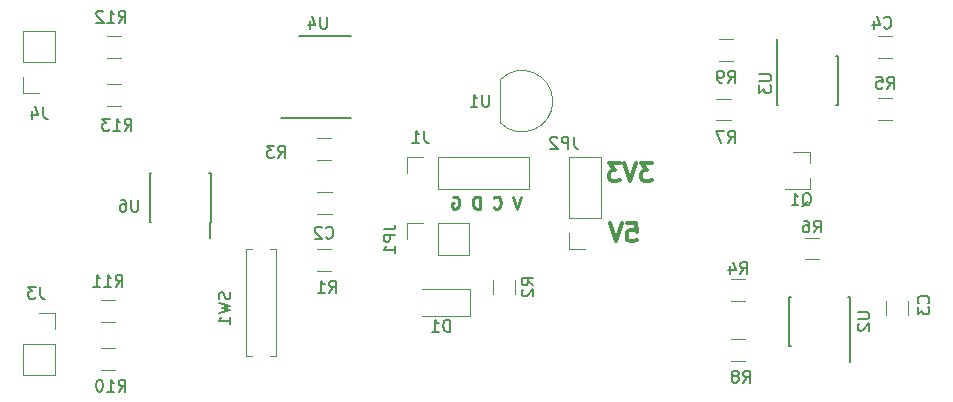
<source format=gbo>
G04 #@! TF.GenerationSoftware,KiCad,Pcbnew,5.0.0*
G04 #@! TF.CreationDate,2018-09-22T16:12:04+03:00*
G04 #@! TF.ProjectId,stm32-hamster,73746D33322D68616D737465722E6B69,rev?*
G04 #@! TF.SameCoordinates,Original*
G04 #@! TF.FileFunction,Legend,Bot*
G04 #@! TF.FilePolarity,Positive*
%FSLAX46Y46*%
G04 Gerber Fmt 4.6, Leading zero omitted, Abs format (unit mm)*
G04 Created by KiCad (PCBNEW 5.0.0) date Sat Sep 22 16:12:04 2018*
%MOMM*%
%LPD*%
G01*
G04 APERTURE LIST*
%ADD10C,0.250000*%
%ADD11C,0.300000*%
%ADD12C,0.150000*%
%ADD13C,0.120000*%
G04 APERTURE END LIST*
D10*
X149026190Y-95718380D02*
X148692857Y-96718380D01*
X148359523Y-95718380D01*
X146692857Y-96623142D02*
X146740476Y-96670761D01*
X146883333Y-96718380D01*
X146978571Y-96718380D01*
X147121428Y-96670761D01*
X147216666Y-96575523D01*
X147264285Y-96480285D01*
X147311904Y-96289809D01*
X147311904Y-96146952D01*
X147264285Y-95956476D01*
X147216666Y-95861238D01*
X147121428Y-95766000D01*
X146978571Y-95718380D01*
X146883333Y-95718380D01*
X146740476Y-95766000D01*
X146692857Y-95813619D01*
X145502380Y-96718380D02*
X145502380Y-95718380D01*
X145264285Y-95718380D01*
X145121428Y-95766000D01*
X145026190Y-95861238D01*
X144978571Y-95956476D01*
X144930952Y-96146952D01*
X144930952Y-96289809D01*
X144978571Y-96480285D01*
X145026190Y-96575523D01*
X145121428Y-96670761D01*
X145264285Y-96718380D01*
X145502380Y-96718380D01*
X143216666Y-95766000D02*
X143311904Y-95718380D01*
X143454761Y-95718380D01*
X143597619Y-95766000D01*
X143692857Y-95861238D01*
X143740476Y-95956476D01*
X143788095Y-96146952D01*
X143788095Y-96289809D01*
X143740476Y-96480285D01*
X143692857Y-96575523D01*
X143597619Y-96670761D01*
X143454761Y-96718380D01*
X143359523Y-96718380D01*
X143216666Y-96670761D01*
X143169047Y-96623142D01*
X143169047Y-96289809D01*
X143359523Y-96289809D01*
D11*
X160099142Y-92904571D02*
X159170571Y-92904571D01*
X159670571Y-93476000D01*
X159456285Y-93476000D01*
X159313428Y-93547428D01*
X159242000Y-93618857D01*
X159170571Y-93761714D01*
X159170571Y-94118857D01*
X159242000Y-94261714D01*
X159313428Y-94333142D01*
X159456285Y-94404571D01*
X159884857Y-94404571D01*
X160027714Y-94333142D01*
X160099142Y-94261714D01*
X158742000Y-92904571D02*
X158242000Y-94404571D01*
X157742000Y-92904571D01*
X157384857Y-92904571D02*
X156456285Y-92904571D01*
X156956285Y-93476000D01*
X156742000Y-93476000D01*
X156599142Y-93547428D01*
X156527714Y-93618857D01*
X156456285Y-93761714D01*
X156456285Y-94118857D01*
X156527714Y-94261714D01*
X156599142Y-94333142D01*
X156742000Y-94404571D01*
X157170571Y-94404571D01*
X157313428Y-94333142D01*
X157384857Y-94261714D01*
X158019714Y-97984571D02*
X158734000Y-97984571D01*
X158805428Y-98698857D01*
X158734000Y-98627428D01*
X158591142Y-98556000D01*
X158234000Y-98556000D01*
X158091142Y-98627428D01*
X158019714Y-98698857D01*
X157948285Y-98841714D01*
X157948285Y-99198857D01*
X158019714Y-99341714D01*
X158091142Y-99413142D01*
X158234000Y-99484571D01*
X158591142Y-99484571D01*
X158734000Y-99413142D01*
X158805428Y-99341714D01*
X157519714Y-97984571D02*
X157019714Y-99484571D01*
X156519714Y-97984571D01*
D12*
G04 #@! TO.C,U6*
X122717000Y-97833000D02*
X122667000Y-97833000D01*
X122717000Y-93683000D02*
X122572000Y-93683000D01*
X117567000Y-93683000D02*
X117712000Y-93683000D01*
X117567000Y-97833000D02*
X117712000Y-97833000D01*
X122717000Y-97833000D02*
X122717000Y-93683000D01*
X117567000Y-97833000D02*
X117567000Y-93683000D01*
X122667000Y-97833000D02*
X122667000Y-99233000D01*
D13*
G04 #@! TO.C,JP2*
X153102000Y-92396000D02*
X155762000Y-92396000D01*
X153102000Y-97536000D02*
X153102000Y-92396000D01*
X155762000Y-97536000D02*
X155762000Y-92396000D01*
X153102000Y-97536000D02*
X155762000Y-97536000D01*
X153102000Y-98806000D02*
X153102000Y-100136000D01*
X153102000Y-100136000D02*
X154432000Y-100136000D01*
G04 #@! TO.C,Q1*
X173480000Y-91892000D02*
X173480000Y-92822000D01*
X173480000Y-95052000D02*
X173480000Y-94122000D01*
X173480000Y-95052000D02*
X171320000Y-95052000D01*
X173480000Y-91892000D02*
X172020000Y-91892000D01*
G04 #@! TO.C,C2*
X131768436Y-97176000D02*
X132972564Y-97176000D01*
X131768436Y-95356000D02*
X132972564Y-95356000D01*
G04 #@! TO.C,C3*
X179938000Y-105758064D02*
X179938000Y-104553936D01*
X181758000Y-105758064D02*
X181758000Y-104553936D01*
G04 #@! TO.C,C4*
X179229936Y-83968000D02*
X180434064Y-83968000D01*
X179229936Y-82148000D02*
X180434064Y-82148000D01*
G04 #@! TO.C,D1*
X140640000Y-103513000D02*
X144700000Y-103513000D01*
X144700000Y-103513000D02*
X144700000Y-105783000D01*
X144700000Y-105783000D02*
X140640000Y-105783000D01*
G04 #@! TO.C,J1*
X149666000Y-92396000D02*
X149666000Y-95056000D01*
X141986000Y-92396000D02*
X149666000Y-92396000D01*
X141986000Y-95056000D02*
X149666000Y-95056000D01*
X141986000Y-92396000D02*
X141986000Y-95056000D01*
X140716000Y-92396000D02*
X139386000Y-92396000D01*
X139386000Y-92396000D02*
X139386000Y-93726000D01*
G04 #@! TO.C,JP1*
X144586000Y-97984000D02*
X144586000Y-100644000D01*
X141986000Y-97984000D02*
X144586000Y-97984000D01*
X141986000Y-100644000D02*
X144586000Y-100644000D01*
X141986000Y-97984000D02*
X141986000Y-100644000D01*
X140716000Y-97984000D02*
X139386000Y-97984000D01*
X139386000Y-97984000D02*
X139386000Y-99314000D01*
G04 #@! TO.C,R1*
X132899564Y-100182000D02*
X131695436Y-100182000D01*
X132899564Y-102002000D02*
X131695436Y-102002000D01*
G04 #@! TO.C,R2*
X148484000Y-103980064D02*
X148484000Y-102775936D01*
X146664000Y-103980064D02*
X146664000Y-102775936D01*
G04 #@! TO.C,R3*
X131731936Y-90784000D02*
X132936064Y-90784000D01*
X131731936Y-92604000D02*
X132936064Y-92604000D01*
G04 #@! TO.C,R4*
X167988064Y-102722000D02*
X166783936Y-102722000D01*
X167988064Y-104542000D02*
X166783936Y-104542000D01*
G04 #@! TO.C,R5*
X179229936Y-89210000D02*
X180434064Y-89210000D01*
X179229936Y-87390000D02*
X180434064Y-87390000D01*
G04 #@! TO.C,R6*
X174239564Y-101010000D02*
X173035436Y-101010000D01*
X174239564Y-99190000D02*
X173035436Y-99190000D01*
G04 #@! TO.C,R7*
X165550436Y-89260000D02*
X166754564Y-89260000D01*
X165550436Y-87440000D02*
X166754564Y-87440000D01*
G04 #@! TO.C,R8*
X166783936Y-107790000D02*
X167988064Y-107790000D01*
X166783936Y-109610000D02*
X167988064Y-109610000D01*
G04 #@! TO.C,R9*
X165767936Y-82402000D02*
X166972064Y-82402000D01*
X165767936Y-84222000D02*
X166972064Y-84222000D01*
G04 #@! TO.C,R10*
X113443936Y-108564000D02*
X114648064Y-108564000D01*
X113443936Y-110384000D02*
X114648064Y-110384000D01*
G04 #@! TO.C,R11*
X114648064Y-104500000D02*
X113443936Y-104500000D01*
X114648064Y-106320000D02*
X113443936Y-106320000D01*
G04 #@! TO.C,R12*
X113951936Y-82148000D02*
X115156064Y-82148000D01*
X113951936Y-83968000D02*
X115156064Y-83968000D01*
G04 #@! TO.C,R13*
X115156064Y-86212000D02*
X113951936Y-86212000D01*
X115156064Y-88032000D02*
X113951936Y-88032000D01*
G04 #@! TO.C,SW1*
X126250000Y-109180000D02*
X125750000Y-109180000D01*
X125750000Y-109180000D02*
X125750000Y-100180000D01*
X125750000Y-100180000D02*
X126250000Y-100180000D01*
X127750000Y-100180000D02*
X128250000Y-100180000D01*
X128250000Y-100180000D02*
X128250000Y-109180000D01*
X128250000Y-109180000D02*
X127750000Y-109180000D01*
G04 #@! TO.C,U1*
X147248000Y-89430000D02*
X147248000Y-85830000D01*
X147259522Y-89468478D02*
G75*
G03X151698000Y-87630000I1838478J1838478D01*
G01*
X147259522Y-85791522D02*
G75*
G02X151698000Y-87630000I1838478J-1838478D01*
G01*
D12*
G04 #@! TO.C,U2*
X176825000Y-108325000D02*
X176825000Y-109725000D01*
X171725000Y-108325000D02*
X171725000Y-104175000D01*
X176875000Y-108325000D02*
X176875000Y-104175000D01*
X171725000Y-108325000D02*
X171870000Y-108325000D01*
X171725000Y-104175000D02*
X171870000Y-104175000D01*
X176875000Y-104175000D02*
X176730000Y-104175000D01*
X176875000Y-108325000D02*
X176825000Y-108325000D01*
G04 #@! TO.C,U3*
X170653000Y-83777000D02*
X170703000Y-83777000D01*
X170653000Y-87927000D02*
X170798000Y-87927000D01*
X175803000Y-87927000D02*
X175658000Y-87927000D01*
X175803000Y-83777000D02*
X175658000Y-83777000D01*
X170653000Y-83777000D02*
X170653000Y-87927000D01*
X175803000Y-83777000D02*
X175803000Y-87927000D01*
X170703000Y-83777000D02*
X170703000Y-82377000D01*
G04 #@! TO.C,U4*
X130200000Y-82150000D02*
X134650000Y-82150000D01*
X128675000Y-89050000D02*
X134650000Y-89050000D01*
D13*
G04 #@! TO.C,J3*
X109534000Y-110804000D02*
X106874000Y-110804000D01*
X109534000Y-108204000D02*
X109534000Y-110804000D01*
X106874000Y-108204000D02*
X106874000Y-110804000D01*
X109534000Y-108204000D02*
X106874000Y-108204000D01*
X109534000Y-106934000D02*
X109534000Y-105604000D01*
X109534000Y-105604000D02*
X108204000Y-105604000D01*
G04 #@! TO.C,J4*
X106874000Y-86928000D02*
X108204000Y-86928000D01*
X106874000Y-85598000D02*
X106874000Y-86928000D01*
X106874000Y-84328000D02*
X109534000Y-84328000D01*
X109534000Y-84328000D02*
X109534000Y-81728000D01*
X106874000Y-84328000D02*
X106874000Y-81728000D01*
X106874000Y-81728000D02*
X109534000Y-81728000D01*
G04 #@! TO.C,U6*
D12*
X116585904Y-95972380D02*
X116585904Y-96781904D01*
X116538285Y-96877142D01*
X116490666Y-96924761D01*
X116395428Y-96972380D01*
X116204952Y-96972380D01*
X116109714Y-96924761D01*
X116062095Y-96877142D01*
X116014476Y-96781904D01*
X116014476Y-95972380D01*
X115109714Y-95972380D02*
X115300190Y-95972380D01*
X115395428Y-96020000D01*
X115443047Y-96067619D01*
X115538285Y-96210476D01*
X115585904Y-96400952D01*
X115585904Y-96781904D01*
X115538285Y-96877142D01*
X115490666Y-96924761D01*
X115395428Y-96972380D01*
X115204952Y-96972380D01*
X115109714Y-96924761D01*
X115062095Y-96877142D01*
X115014476Y-96781904D01*
X115014476Y-96543809D01*
X115062095Y-96448571D01*
X115109714Y-96400952D01*
X115204952Y-96353333D01*
X115395428Y-96353333D01*
X115490666Y-96400952D01*
X115538285Y-96448571D01*
X115585904Y-96543809D01*
G04 #@! TO.C,JP2*
X153487333Y-90638380D02*
X153487333Y-91352666D01*
X153534952Y-91495523D01*
X153630190Y-91590761D01*
X153773047Y-91638380D01*
X153868285Y-91638380D01*
X153011142Y-91638380D02*
X153011142Y-90638380D01*
X152630190Y-90638380D01*
X152534952Y-90686000D01*
X152487333Y-90733619D01*
X152439714Y-90828857D01*
X152439714Y-90971714D01*
X152487333Y-91066952D01*
X152534952Y-91114571D01*
X152630190Y-91162190D01*
X153011142Y-91162190D01*
X152058761Y-90733619D02*
X152011142Y-90686000D01*
X151915904Y-90638380D01*
X151677809Y-90638380D01*
X151582571Y-90686000D01*
X151534952Y-90733619D01*
X151487333Y-90828857D01*
X151487333Y-90924095D01*
X151534952Y-91066952D01*
X152106380Y-91638380D01*
X151487333Y-91638380D01*
G04 #@! TO.C,Q1*
X172815238Y-96519619D02*
X172910476Y-96472000D01*
X173005714Y-96376761D01*
X173148571Y-96233904D01*
X173243809Y-96186285D01*
X173339047Y-96186285D01*
X173291428Y-96424380D02*
X173386666Y-96376761D01*
X173481904Y-96281523D01*
X173529523Y-96091047D01*
X173529523Y-95757714D01*
X173481904Y-95567238D01*
X173386666Y-95472000D01*
X173291428Y-95424380D01*
X173100952Y-95424380D01*
X173005714Y-95472000D01*
X172910476Y-95567238D01*
X172862857Y-95757714D01*
X172862857Y-96091047D01*
X172910476Y-96281523D01*
X173005714Y-96376761D01*
X173100952Y-96424380D01*
X173291428Y-96424380D01*
X171910476Y-96424380D02*
X172481904Y-96424380D01*
X172196190Y-96424380D02*
X172196190Y-95424380D01*
X172291428Y-95567238D01*
X172386666Y-95662476D01*
X172481904Y-95710095D01*
G04 #@! TO.C,C2*
X132500666Y-99163142D02*
X132548285Y-99210761D01*
X132691142Y-99258380D01*
X132786380Y-99258380D01*
X132929238Y-99210761D01*
X133024476Y-99115523D01*
X133072095Y-99020285D01*
X133119714Y-98829809D01*
X133119714Y-98686952D01*
X133072095Y-98496476D01*
X133024476Y-98401238D01*
X132929238Y-98306000D01*
X132786380Y-98258380D01*
X132691142Y-98258380D01*
X132548285Y-98306000D01*
X132500666Y-98353619D01*
X132119714Y-98353619D02*
X132072095Y-98306000D01*
X131976857Y-98258380D01*
X131738761Y-98258380D01*
X131643523Y-98306000D01*
X131595904Y-98353619D01*
X131548285Y-98448857D01*
X131548285Y-98544095D01*
X131595904Y-98686952D01*
X132167333Y-99258380D01*
X131548285Y-99258380D01*
G04 #@! TO.C,C3*
X183491142Y-104735333D02*
X183538761Y-104687714D01*
X183586380Y-104544857D01*
X183586380Y-104449619D01*
X183538761Y-104306761D01*
X183443523Y-104211523D01*
X183348285Y-104163904D01*
X183157809Y-104116285D01*
X183014952Y-104116285D01*
X182824476Y-104163904D01*
X182729238Y-104211523D01*
X182634000Y-104306761D01*
X182586380Y-104449619D01*
X182586380Y-104544857D01*
X182634000Y-104687714D01*
X182681619Y-104735333D01*
X182586380Y-105068666D02*
X182586380Y-105687714D01*
X182967333Y-105354380D01*
X182967333Y-105497238D01*
X183014952Y-105592476D01*
X183062571Y-105640095D01*
X183157809Y-105687714D01*
X183395904Y-105687714D01*
X183491142Y-105640095D01*
X183538761Y-105592476D01*
X183586380Y-105497238D01*
X183586380Y-105211523D01*
X183538761Y-105116285D01*
X183491142Y-105068666D01*
G04 #@! TO.C,C4*
X179744666Y-81383142D02*
X179792285Y-81430761D01*
X179935142Y-81478380D01*
X180030380Y-81478380D01*
X180173238Y-81430761D01*
X180268476Y-81335523D01*
X180316095Y-81240285D01*
X180363714Y-81049809D01*
X180363714Y-80906952D01*
X180316095Y-80716476D01*
X180268476Y-80621238D01*
X180173238Y-80526000D01*
X180030380Y-80478380D01*
X179935142Y-80478380D01*
X179792285Y-80526000D01*
X179744666Y-80573619D01*
X178887523Y-80811714D02*
X178887523Y-81478380D01*
X179125619Y-80430761D02*
X179363714Y-81145047D01*
X178744666Y-81145047D01*
G04 #@! TO.C,D1*
X142978095Y-107132380D02*
X142978095Y-106132380D01*
X142740000Y-106132380D01*
X142597142Y-106180000D01*
X142501904Y-106275238D01*
X142454285Y-106370476D01*
X142406666Y-106560952D01*
X142406666Y-106703809D01*
X142454285Y-106894285D01*
X142501904Y-106989523D01*
X142597142Y-107084761D01*
X142740000Y-107132380D01*
X142978095Y-107132380D01*
X141454285Y-107132380D02*
X142025714Y-107132380D01*
X141740000Y-107132380D02*
X141740000Y-106132380D01*
X141835238Y-106275238D01*
X141930476Y-106370476D01*
X142025714Y-106418095D01*
G04 #@! TO.C,J1*
X140795333Y-90130380D02*
X140795333Y-90844666D01*
X140842952Y-90987523D01*
X140938190Y-91082761D01*
X141081047Y-91130380D01*
X141176285Y-91130380D01*
X139795333Y-91130380D02*
X140366761Y-91130380D01*
X140081047Y-91130380D02*
X140081047Y-90130380D01*
X140176285Y-90273238D01*
X140271523Y-90368476D01*
X140366761Y-90416095D01*
G04 #@! TO.C,JP1*
X137374380Y-98480666D02*
X138088666Y-98480666D01*
X138231523Y-98433047D01*
X138326761Y-98337809D01*
X138374380Y-98194952D01*
X138374380Y-98099714D01*
X138374380Y-98956857D02*
X137374380Y-98956857D01*
X137374380Y-99337809D01*
X137422000Y-99433047D01*
X137469619Y-99480666D01*
X137564857Y-99528285D01*
X137707714Y-99528285D01*
X137802952Y-99480666D01*
X137850571Y-99433047D01*
X137898190Y-99337809D01*
X137898190Y-98956857D01*
X138374380Y-100480666D02*
X138374380Y-99909238D01*
X138374380Y-100194952D02*
X137374380Y-100194952D01*
X137517238Y-100099714D01*
X137612476Y-100004476D01*
X137660095Y-99909238D01*
G04 #@! TO.C,R1*
X132754666Y-103830380D02*
X133088000Y-103354190D01*
X133326095Y-103830380D02*
X133326095Y-102830380D01*
X132945142Y-102830380D01*
X132849904Y-102878000D01*
X132802285Y-102925619D01*
X132754666Y-103020857D01*
X132754666Y-103163714D01*
X132802285Y-103258952D01*
X132849904Y-103306571D01*
X132945142Y-103354190D01*
X133326095Y-103354190D01*
X131802285Y-103830380D02*
X132373714Y-103830380D01*
X132088000Y-103830380D02*
X132088000Y-102830380D01*
X132183238Y-102973238D01*
X132278476Y-103068476D01*
X132373714Y-103116095D01*
G04 #@! TO.C,R2*
X150058380Y-103211333D02*
X149582190Y-102878000D01*
X150058380Y-102639904D02*
X149058380Y-102639904D01*
X149058380Y-103020857D01*
X149106000Y-103116095D01*
X149153619Y-103163714D01*
X149248857Y-103211333D01*
X149391714Y-103211333D01*
X149486952Y-103163714D01*
X149534571Y-103116095D01*
X149582190Y-103020857D01*
X149582190Y-102639904D01*
X149153619Y-103592285D02*
X149106000Y-103639904D01*
X149058380Y-103735142D01*
X149058380Y-103973238D01*
X149106000Y-104068476D01*
X149153619Y-104116095D01*
X149248857Y-104163714D01*
X149344095Y-104163714D01*
X149486952Y-104116095D01*
X150058380Y-103544666D01*
X150058380Y-104163714D01*
G04 #@! TO.C,R3*
X128436666Y-92400380D02*
X128770000Y-91924190D01*
X129008095Y-92400380D02*
X129008095Y-91400380D01*
X128627142Y-91400380D01*
X128531904Y-91448000D01*
X128484285Y-91495619D01*
X128436666Y-91590857D01*
X128436666Y-91733714D01*
X128484285Y-91828952D01*
X128531904Y-91876571D01*
X128627142Y-91924190D01*
X129008095Y-91924190D01*
X128103333Y-91400380D02*
X127484285Y-91400380D01*
X127817619Y-91781333D01*
X127674761Y-91781333D01*
X127579523Y-91828952D01*
X127531904Y-91876571D01*
X127484285Y-91971809D01*
X127484285Y-92209904D01*
X127531904Y-92305142D01*
X127579523Y-92352761D01*
X127674761Y-92400380D01*
X127960476Y-92400380D01*
X128055714Y-92352761D01*
X128103333Y-92305142D01*
G04 #@! TO.C,R4*
X167552666Y-102264380D02*
X167886000Y-101788190D01*
X168124095Y-102264380D02*
X168124095Y-101264380D01*
X167743142Y-101264380D01*
X167647904Y-101312000D01*
X167600285Y-101359619D01*
X167552666Y-101454857D01*
X167552666Y-101597714D01*
X167600285Y-101692952D01*
X167647904Y-101740571D01*
X167743142Y-101788190D01*
X168124095Y-101788190D01*
X166695523Y-101597714D02*
X166695523Y-102264380D01*
X166933619Y-101216761D02*
X167171714Y-101931047D01*
X166552666Y-101931047D01*
G04 #@! TO.C,R5*
X179998666Y-86558380D02*
X180332000Y-86082190D01*
X180570095Y-86558380D02*
X180570095Y-85558380D01*
X180189142Y-85558380D01*
X180093904Y-85606000D01*
X180046285Y-85653619D01*
X179998666Y-85748857D01*
X179998666Y-85891714D01*
X180046285Y-85986952D01*
X180093904Y-86034571D01*
X180189142Y-86082190D01*
X180570095Y-86082190D01*
X179093904Y-85558380D02*
X179570095Y-85558380D01*
X179617714Y-86034571D01*
X179570095Y-85986952D01*
X179474857Y-85939333D01*
X179236761Y-85939333D01*
X179141523Y-85986952D01*
X179093904Y-86034571D01*
X179046285Y-86129809D01*
X179046285Y-86367904D01*
X179093904Y-86463142D01*
X179141523Y-86510761D01*
X179236761Y-86558380D01*
X179474857Y-86558380D01*
X179570095Y-86510761D01*
X179617714Y-86463142D01*
G04 #@! TO.C,R6*
X173804166Y-98732380D02*
X174137500Y-98256190D01*
X174375595Y-98732380D02*
X174375595Y-97732380D01*
X173994642Y-97732380D01*
X173899404Y-97780000D01*
X173851785Y-97827619D01*
X173804166Y-97922857D01*
X173804166Y-98065714D01*
X173851785Y-98160952D01*
X173899404Y-98208571D01*
X173994642Y-98256190D01*
X174375595Y-98256190D01*
X172947023Y-97732380D02*
X173137500Y-97732380D01*
X173232738Y-97780000D01*
X173280357Y-97827619D01*
X173375595Y-97970476D01*
X173423214Y-98160952D01*
X173423214Y-98541904D01*
X173375595Y-98637142D01*
X173327976Y-98684761D01*
X173232738Y-98732380D01*
X173042261Y-98732380D01*
X172947023Y-98684761D01*
X172899404Y-98637142D01*
X172851785Y-98541904D01*
X172851785Y-98303809D01*
X172899404Y-98208571D01*
X172947023Y-98160952D01*
X173042261Y-98113333D01*
X173232738Y-98113333D01*
X173327976Y-98160952D01*
X173375595Y-98208571D01*
X173423214Y-98303809D01*
G04 #@! TO.C,R7*
X166536666Y-91130380D02*
X166870000Y-90654190D01*
X167108095Y-91130380D02*
X167108095Y-90130380D01*
X166727142Y-90130380D01*
X166631904Y-90178000D01*
X166584285Y-90225619D01*
X166536666Y-90320857D01*
X166536666Y-90463714D01*
X166584285Y-90558952D01*
X166631904Y-90606571D01*
X166727142Y-90654190D01*
X167108095Y-90654190D01*
X166203333Y-90130380D02*
X165536666Y-90130380D01*
X165965238Y-91130380D01*
G04 #@! TO.C,R8*
X167806666Y-111450380D02*
X168140000Y-110974190D01*
X168378095Y-111450380D02*
X168378095Y-110450380D01*
X167997142Y-110450380D01*
X167901904Y-110498000D01*
X167854285Y-110545619D01*
X167806666Y-110640857D01*
X167806666Y-110783714D01*
X167854285Y-110878952D01*
X167901904Y-110926571D01*
X167997142Y-110974190D01*
X168378095Y-110974190D01*
X167235238Y-110878952D02*
X167330476Y-110831333D01*
X167378095Y-110783714D01*
X167425714Y-110688476D01*
X167425714Y-110640857D01*
X167378095Y-110545619D01*
X167330476Y-110498000D01*
X167235238Y-110450380D01*
X167044761Y-110450380D01*
X166949523Y-110498000D01*
X166901904Y-110545619D01*
X166854285Y-110640857D01*
X166854285Y-110688476D01*
X166901904Y-110783714D01*
X166949523Y-110831333D01*
X167044761Y-110878952D01*
X167235238Y-110878952D01*
X167330476Y-110926571D01*
X167378095Y-110974190D01*
X167425714Y-111069428D01*
X167425714Y-111259904D01*
X167378095Y-111355142D01*
X167330476Y-111402761D01*
X167235238Y-111450380D01*
X167044761Y-111450380D01*
X166949523Y-111402761D01*
X166901904Y-111355142D01*
X166854285Y-111259904D01*
X166854285Y-111069428D01*
X166901904Y-110974190D01*
X166949523Y-110926571D01*
X167044761Y-110878952D01*
G04 #@! TO.C,R9*
X166536666Y-86050380D02*
X166870000Y-85574190D01*
X167108095Y-86050380D02*
X167108095Y-85050380D01*
X166727142Y-85050380D01*
X166631904Y-85098000D01*
X166584285Y-85145619D01*
X166536666Y-85240857D01*
X166536666Y-85383714D01*
X166584285Y-85478952D01*
X166631904Y-85526571D01*
X166727142Y-85574190D01*
X167108095Y-85574190D01*
X166060476Y-86050380D02*
X165870000Y-86050380D01*
X165774761Y-86002761D01*
X165727142Y-85955142D01*
X165631904Y-85812285D01*
X165584285Y-85621809D01*
X165584285Y-85240857D01*
X165631904Y-85145619D01*
X165679523Y-85098000D01*
X165774761Y-85050380D01*
X165965238Y-85050380D01*
X166060476Y-85098000D01*
X166108095Y-85145619D01*
X166155714Y-85240857D01*
X166155714Y-85478952D01*
X166108095Y-85574190D01*
X166060476Y-85621809D01*
X165965238Y-85669428D01*
X165774761Y-85669428D01*
X165679523Y-85621809D01*
X165631904Y-85574190D01*
X165584285Y-85478952D01*
G04 #@! TO.C,R10*
X114942857Y-112212380D02*
X115276190Y-111736190D01*
X115514285Y-112212380D02*
X115514285Y-111212380D01*
X115133333Y-111212380D01*
X115038095Y-111260000D01*
X114990476Y-111307619D01*
X114942857Y-111402857D01*
X114942857Y-111545714D01*
X114990476Y-111640952D01*
X115038095Y-111688571D01*
X115133333Y-111736190D01*
X115514285Y-111736190D01*
X113990476Y-112212380D02*
X114561904Y-112212380D01*
X114276190Y-112212380D02*
X114276190Y-111212380D01*
X114371428Y-111355238D01*
X114466666Y-111450476D01*
X114561904Y-111498095D01*
X113371428Y-111212380D02*
X113276190Y-111212380D01*
X113180952Y-111260000D01*
X113133333Y-111307619D01*
X113085714Y-111402857D01*
X113038095Y-111593333D01*
X113038095Y-111831428D01*
X113085714Y-112021904D01*
X113133333Y-112117142D01*
X113180952Y-112164761D01*
X113276190Y-112212380D01*
X113371428Y-112212380D01*
X113466666Y-112164761D01*
X113514285Y-112117142D01*
X113561904Y-112021904D01*
X113609523Y-111831428D01*
X113609523Y-111593333D01*
X113561904Y-111402857D01*
X113514285Y-111307619D01*
X113466666Y-111260000D01*
X113371428Y-111212380D01*
G04 #@! TO.C,R11*
X114688857Y-103322380D02*
X115022190Y-102846190D01*
X115260285Y-103322380D02*
X115260285Y-102322380D01*
X114879333Y-102322380D01*
X114784095Y-102370000D01*
X114736476Y-102417619D01*
X114688857Y-102512857D01*
X114688857Y-102655714D01*
X114736476Y-102750952D01*
X114784095Y-102798571D01*
X114879333Y-102846190D01*
X115260285Y-102846190D01*
X113736476Y-103322380D02*
X114307904Y-103322380D01*
X114022190Y-103322380D02*
X114022190Y-102322380D01*
X114117428Y-102465238D01*
X114212666Y-102560476D01*
X114307904Y-102608095D01*
X112784095Y-103322380D02*
X113355523Y-103322380D01*
X113069809Y-103322380D02*
X113069809Y-102322380D01*
X113165047Y-102465238D01*
X113260285Y-102560476D01*
X113355523Y-102608095D01*
G04 #@! TO.C,R12*
X114942857Y-80970380D02*
X115276190Y-80494190D01*
X115514285Y-80970380D02*
X115514285Y-79970380D01*
X115133333Y-79970380D01*
X115038095Y-80018000D01*
X114990476Y-80065619D01*
X114942857Y-80160857D01*
X114942857Y-80303714D01*
X114990476Y-80398952D01*
X115038095Y-80446571D01*
X115133333Y-80494190D01*
X115514285Y-80494190D01*
X113990476Y-80970380D02*
X114561904Y-80970380D01*
X114276190Y-80970380D02*
X114276190Y-79970380D01*
X114371428Y-80113238D01*
X114466666Y-80208476D01*
X114561904Y-80256095D01*
X113609523Y-80065619D02*
X113561904Y-80018000D01*
X113466666Y-79970380D01*
X113228571Y-79970380D01*
X113133333Y-80018000D01*
X113085714Y-80065619D01*
X113038095Y-80160857D01*
X113038095Y-80256095D01*
X113085714Y-80398952D01*
X113657142Y-80970380D01*
X113038095Y-80970380D01*
G04 #@! TO.C,R13*
X115450857Y-90114380D02*
X115784190Y-89638190D01*
X116022285Y-90114380D02*
X116022285Y-89114380D01*
X115641333Y-89114380D01*
X115546095Y-89162000D01*
X115498476Y-89209619D01*
X115450857Y-89304857D01*
X115450857Y-89447714D01*
X115498476Y-89542952D01*
X115546095Y-89590571D01*
X115641333Y-89638190D01*
X116022285Y-89638190D01*
X114498476Y-90114380D02*
X115069904Y-90114380D01*
X114784190Y-90114380D02*
X114784190Y-89114380D01*
X114879428Y-89257238D01*
X114974666Y-89352476D01*
X115069904Y-89400095D01*
X114165142Y-89114380D02*
X113546095Y-89114380D01*
X113879428Y-89495333D01*
X113736571Y-89495333D01*
X113641333Y-89542952D01*
X113593714Y-89590571D01*
X113546095Y-89685809D01*
X113546095Y-89923904D01*
X113593714Y-90019142D01*
X113641333Y-90066761D01*
X113736571Y-90114380D01*
X114022285Y-90114380D01*
X114117523Y-90066761D01*
X114165142Y-90019142D01*
G04 #@! TO.C,SW1*
X124356761Y-103822666D02*
X124404380Y-103965523D01*
X124404380Y-104203619D01*
X124356761Y-104298857D01*
X124309142Y-104346476D01*
X124213904Y-104394095D01*
X124118666Y-104394095D01*
X124023428Y-104346476D01*
X123975809Y-104298857D01*
X123928190Y-104203619D01*
X123880571Y-104013142D01*
X123832952Y-103917904D01*
X123785333Y-103870285D01*
X123690095Y-103822666D01*
X123594857Y-103822666D01*
X123499619Y-103870285D01*
X123452000Y-103917904D01*
X123404380Y-104013142D01*
X123404380Y-104251238D01*
X123452000Y-104394095D01*
X123404380Y-104727428D02*
X124404380Y-104965523D01*
X123690095Y-105156000D01*
X124404380Y-105346476D01*
X123404380Y-105584571D01*
X124404380Y-106489333D02*
X124404380Y-105917904D01*
X124404380Y-106203619D02*
X123404380Y-106203619D01*
X123547238Y-106108380D01*
X123642476Y-106013142D01*
X123690095Y-105917904D01*
G04 #@! TO.C,U1*
X146303904Y-87082380D02*
X146303904Y-87891904D01*
X146256285Y-87987142D01*
X146208666Y-88034761D01*
X146113428Y-88082380D01*
X145922952Y-88082380D01*
X145827714Y-88034761D01*
X145780095Y-87987142D01*
X145732476Y-87891904D01*
X145732476Y-87082380D01*
X144732476Y-88082380D02*
X145303904Y-88082380D01*
X145018190Y-88082380D02*
X145018190Y-87082380D01*
X145113428Y-87225238D01*
X145208666Y-87320476D01*
X145303904Y-87368095D01*
G04 #@! TO.C,U2*
X177506380Y-105488095D02*
X178315904Y-105488095D01*
X178411142Y-105535714D01*
X178458761Y-105583333D01*
X178506380Y-105678571D01*
X178506380Y-105869047D01*
X178458761Y-105964285D01*
X178411142Y-106011904D01*
X178315904Y-106059523D01*
X177506380Y-106059523D01*
X177601619Y-106488095D02*
X177554000Y-106535714D01*
X177506380Y-106630952D01*
X177506380Y-106869047D01*
X177554000Y-106964285D01*
X177601619Y-107011904D01*
X177696857Y-107059523D01*
X177792095Y-107059523D01*
X177934952Y-107011904D01*
X178506380Y-106440476D01*
X178506380Y-107059523D01*
G04 #@! TO.C,U3*
X169180380Y-85344095D02*
X169989904Y-85344095D01*
X170085142Y-85391714D01*
X170132761Y-85439333D01*
X170180380Y-85534571D01*
X170180380Y-85725047D01*
X170132761Y-85820285D01*
X170085142Y-85867904D01*
X169989904Y-85915523D01*
X169180380Y-85915523D01*
X169180380Y-86296476D02*
X169180380Y-86915523D01*
X169561333Y-86582190D01*
X169561333Y-86725047D01*
X169608952Y-86820285D01*
X169656571Y-86867904D01*
X169751809Y-86915523D01*
X169989904Y-86915523D01*
X170085142Y-86867904D01*
X170132761Y-86820285D01*
X170180380Y-86725047D01*
X170180380Y-86439333D01*
X170132761Y-86344095D01*
X170085142Y-86296476D01*
G04 #@! TO.C,U4*
X132587904Y-80478380D02*
X132587904Y-81287904D01*
X132540285Y-81383142D01*
X132492666Y-81430761D01*
X132397428Y-81478380D01*
X132206952Y-81478380D01*
X132111714Y-81430761D01*
X132064095Y-81383142D01*
X132016476Y-81287904D01*
X132016476Y-80478380D01*
X131111714Y-80811714D02*
X131111714Y-81478380D01*
X131349809Y-80430761D02*
X131587904Y-81145047D01*
X130968857Y-81145047D01*
G04 #@! TO.C,J3*
X108283333Y-103338380D02*
X108283333Y-104052666D01*
X108330952Y-104195523D01*
X108426190Y-104290761D01*
X108569047Y-104338380D01*
X108664285Y-104338380D01*
X107902380Y-103338380D02*
X107283333Y-103338380D01*
X107616666Y-103719333D01*
X107473809Y-103719333D01*
X107378571Y-103766952D01*
X107330952Y-103814571D01*
X107283333Y-103909809D01*
X107283333Y-104147904D01*
X107330952Y-104243142D01*
X107378571Y-104290761D01*
X107473809Y-104338380D01*
X107759523Y-104338380D01*
X107854761Y-104290761D01*
X107902380Y-104243142D01*
G04 #@! TO.C,J4*
X108537333Y-88098380D02*
X108537333Y-88812666D01*
X108584952Y-88955523D01*
X108680190Y-89050761D01*
X108823047Y-89098380D01*
X108918285Y-89098380D01*
X107632571Y-88431714D02*
X107632571Y-89098380D01*
X107870666Y-88050761D02*
X108108761Y-88765047D01*
X107489714Y-88765047D01*
G04 #@! TD*
M02*

</source>
